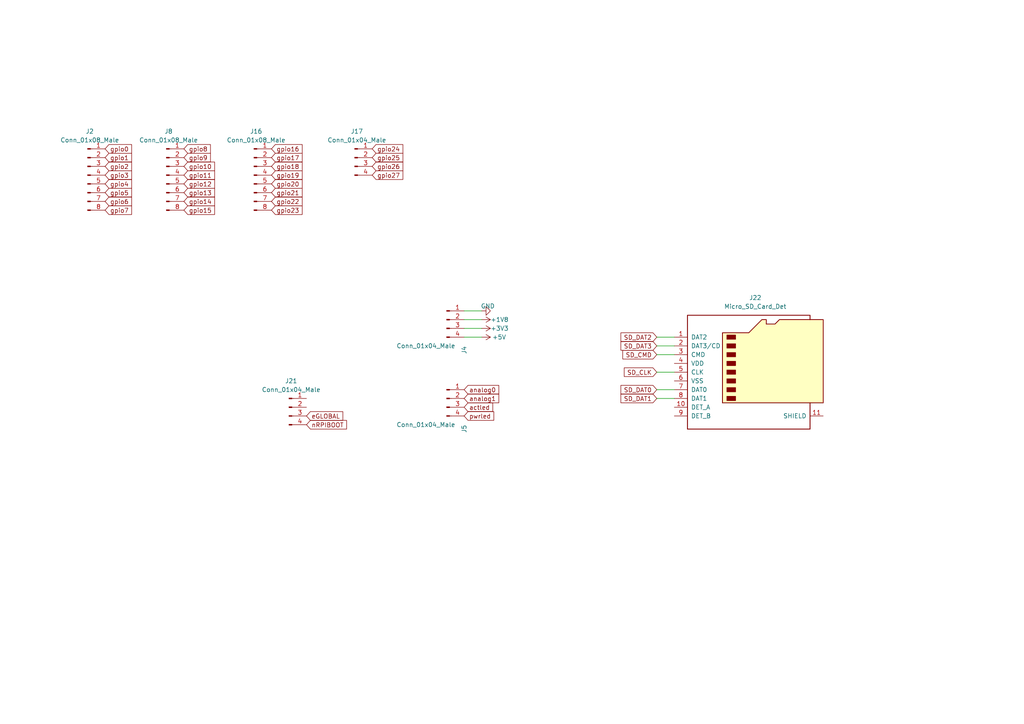
<source format=kicad_sch>
(kicad_sch (version 20250114) (generator "eeschema") (generator_version "9.0")
  (paper "A4")
  (lib_symbols
    (symbol "Connector:Conn_01x04_Male" (pin_names (offset 1.016) (hide yes))
      (property "Reference" "J" (at 0 5.08 0))
      (property "Value" "Conn_01x04_Male" (at 0 -7.62 0))
      (symbol "Conn_01x04_Male_1_1"
        (rectangle (start 0.8636 2.667) (end 0 2.413) (stroke (width 0.1524)) (fill (type outline)))
        (rectangle (start 0.8636 0.127) (end 0 -0.127) (stroke (width 0.1524)) (fill (type outline)))
        (rectangle (start 0.8636 -2.413) (end 0 -2.667) (stroke (width 0.1524)) (fill (type outline)))
        (rectangle (start 0.8636 -4.953) (end 0 -5.207) (stroke (width 0.1524)) (fill (type outline)))
        (polyline (pts (xy 1.27 2.54) (xy 0.8636 2.54)) (stroke (width 0.1524)))
        (polyline (pts (xy 1.27 0) (xy 0.8636 0)) (stroke (width 0.1524)))
        (polyline (pts (xy 1.27 -2.54) (xy 0.8636 -2.54)) (stroke (width 0.1524)))
        (polyline (pts (xy 1.27 -5.08) (xy 0.8636 -5.08)) (stroke (width 0.1524)))
        (pin passive line (at 5.08 2.54 180) (length 3.81) (name "Pin_1") (number "1"))
        (pin passive line (at 5.08 0 180) (length 3.81) (name "Pin_2") (number "2"))
        (pin passive line (at 5.08 -2.54 180) (length 3.81) (name "Pin_3") (number "3"))
        (pin passive line (at 5.08 -5.08 180) (length 3.81) (name "Pin_4") (number "4"))
      )
    )
    (symbol "Connector:Conn_01x08_Male" (pin_names (offset 1.016) (hide yes))
      (property "Reference" "J" (at 0 10.16 0))
      (property "Value" "Conn_01x08_Male" (at 0 -12.7 0))
      (symbol "Conn_01x08_Male_1_1"
        (rectangle (start 0.8636 7.747) (end 0 7.493) (stroke (width 0.1524)) (fill (type outline)))
        (rectangle (start 0.8636 5.207) (end 0 4.953) (stroke (width 0.1524)) (fill (type outline)))
        (rectangle (start 0.8636 2.667) (end 0 2.413) (stroke (width 0.1524)) (fill (type outline)))
        (rectangle (start 0.8636 0.127) (end 0 -0.127) (stroke (width 0.1524)) (fill (type outline)))
        (rectangle (start 0.8636 -2.413) (end 0 -2.667) (stroke (width 0.1524)) (fill (type outline)))
        (rectangle (start 0.8636 -4.953) (end 0 -5.207) (stroke (width 0.1524)) (fill (type outline)))
        (rectangle (start 0.8636 -7.493) (end 0 -7.747) (stroke (width 0.1524)) (fill (type outline)))
        (rectangle (start 0.8636 -10.033) (end 0 -10.287) (stroke (width 0.1524)) (fill (type outline)))
        (polyline (pts (xy 1.27 7.62) (xy 0.8636 7.62)) (stroke (width 0.1524)))
        (polyline (pts (xy 1.27 5.08) (xy 0.8636 5.08)) (stroke (width 0.1524)))
        (polyline (pts (xy 1.27 2.54) (xy 0.8636 2.54)) (stroke (width 0.1524)))
        (polyline (pts (xy 1.27 0) (xy 0.8636 0)) (stroke (width 0.1524)))
        (polyline (pts (xy 1.27 -2.54) (xy 0.8636 -2.54)) (stroke (width 0.1524)))
        (polyline (pts (xy 1.27 -5.08) (xy 0.8636 -5.08)) (stroke (width 0.1524)))
        (polyline (pts (xy 1.27 -7.62) (xy 0.8636 -7.62)) (stroke (width 0.1524)))
        (polyline (pts (xy 1.27 -10.16) (xy 0.8636 -10.16)) (stroke (width 0.1524)))
        (pin passive line (at 5.08 7.62 180) (length 3.81) (name "Pin_1") (number "1"))
        (pin passive line (at 5.08 5.08 180) (length 3.81) (name "Pin_2") (number "2"))
        (pin passive line (at 5.08 2.54 180) (length 3.81) (name "Pin_3") (number "3"))
        (pin passive line (at 5.08 0 180) (length 3.81) (name "Pin_4") (number "4"))
        (pin passive line (at 5.08 -2.54 180) (length 3.81) (name "Pin_5") (number "5"))
        (pin passive line (at 5.08 -5.08 180) (length 3.81) (name "Pin_6") (number "6"))
        (pin passive line (at 5.08 -7.62 180) (length 3.81) (name "Pin_7") (number "7"))
        (pin passive line (at 5.08 -10.16 180) (length 3.81) (name "Pin_8") (number "8"))
      )
    )
    (symbol "Connector:Micro_SD_Card_Det" (pin_names (offset 1.016))
      (property "Reference" "J" (at -16.51 17.78 0))
      (property "Value" "Micro_SD_Card_Det" (at 16.51 17.78 0))
      (symbol "Micro_SD_Card_Det_0_1"
        (polyline (pts (xy -8.89 -8.89) (xy -8.89 11.43) (xy -1.27 11.43) (xy 2.54 15.24) (xy 3.81 15.24) (xy 3.81 13.97) (xy 6.35 13.97) (xy 7.62 15.24) (xy 20.32 15.24) (xy 20.32 -8.89) (xy -8.89 -8.89)) (stroke (width 0.254)) (fill (type background)))
        (rectangle (start -7.62 10.795) (end -5.08 9.525) (fill (type outline)))
        (rectangle (start -7.62 8.255) (end -5.08 6.985) (fill (type outline)))
        (rectangle (start -7.62 5.715) (end -5.08 4.445) (fill (type outline)))
        (rectangle (start -7.62 3.175) (end -5.08 1.905) (fill (type outline)))
        (rectangle (start -7.62 0.635) (end -5.08 -0.635) (fill (type outline)))
        (rectangle (start -7.62 -1.905) (end -5.08 -3.175) (fill (type outline)))
        (rectangle (start -7.62 -4.445) (end -5.08 -5.715) (fill (type outline)))
        (rectangle (start -7.62 -6.985) (end -5.08 -8.255) (fill (type outline)))
        (polyline (pts (xy 16.51 15.24) (xy 16.51 16.51) (xy -19.05 16.51) (xy -19.05 -16.51) (xy 16.51 -16.51) (xy 16.51 -8.89)) (stroke (width 0.254)))
      )
      (symbol "Micro_SD_Card_Det_1_1"
        (pin bidirectional line (at -22.86 10.16 0) (length 3.81) (name "DAT2") (number "1"))
        (pin bidirectional line (at -22.86 7.62 0) (length 3.81) (name "DAT3/CD") (number "2"))
        (pin input line (at -22.86 5.08 0) (length 3.81) (name "CMD") (number "3"))
        (pin power_in line (at -22.86 2.54 0) (length 3.81) (name "VDD") (number "4"))
        (pin input line (at -22.86 0 0) (length 3.81) (name "CLK") (number "5"))
        (pin power_in line (at -22.86 -2.54 0) (length 3.81) (name "VSS") (number "6"))
        (pin bidirectional line (at -22.86 -5.08 0) (length 3.81) (name "DAT0") (number "7"))
        (pin bidirectional line (at -22.86 -7.62 0) (length 3.81) (name "DAT1") (number "8"))
        (pin passive line (at -22.86 -10.16 0) (length 3.81) (name "DET_A") (number "10"))
        (pin passive line (at -22.86 -12.7 0) (length 3.81) (name "DET_B") (number "9"))
        (pin passive line (at 20.32 -12.7 180) (length 3.81) (name "SHIELD") (number "11"))
      )
    )
    (symbol "power:+1V8" (power) (pin_names (offset 0))
      (property "Value" "+1V8" (at 0 3.556 0))
      (symbol "+1V8_0_1"
        (polyline (pts (xy -0.762 1.27) (xy 0 2.54)))
        (polyline (pts (xy 0 2.54) (xy 0.762 1.27)))
        (polyline (pts (xy 0 0) (xy 0 2.54)))
      )
      (symbol "+1V8_1_1"
        (pin power_in line (at 0 0 90) (length 0) (hide yes) (name "+1V8") (number "1"))
      )
    )
    (symbol "power:+3V3" (power) (pin_names (offset 0))
      (property "Value" "+3V3" (at 0 3.556 0))
      (symbol "+3V3_0_1"
        (polyline (pts (xy -0.762 1.27) (xy 0 2.54)))
        (polyline (pts (xy 0 2.54) (xy 0.762 1.27)))
        (polyline (pts (xy 0 0) (xy 0 2.54)))
      )
      (symbol "+3V3_1_1"
        (pin power_in line (at 0 0 90) (length 0) (hide yes) (name "+3V3") (number "1"))
      )
    )
    (symbol "power:+5V" (power) (pin_names (offset 0))
      (property "Value" "+5V" (at 0 3.556 0))
      (symbol "+5V_0_1"
        (polyline (pts (xy -0.762 1.27) (xy 0 2.54)))
        (polyline (pts (xy 0 2.54) (xy 0.762 1.27)))
        (polyline (pts (xy 0 0) (xy 0 2.54)))
      )
      (symbol "+5V_1_1"
        (pin power_in line (at 0 0 90) (length 0) (hide yes) (name "+5V") (number "1"))
      )
    )
    (symbol "power:GND" (power) (pin_names (offset 0))
      (property "Value" "GND" (at 0 -3.81 0))
      (symbol "GND_0_1"
        (polyline (pts (xy 0 0) (xy 0 -1.27) (xy 1.27 -1.27) (xy 0 -2.54) (xy -1.27 -1.27) (xy 0 -1.27)))
      )
      (symbol "GND_1_1"
        (pin power_in line (at 0 0 270) (length 0) (hide yes) (name "GND") (number "1"))
      )
    )
  )
  (wire (pts (xy 190.5 102.87) (xy 195.58 102.87)))
  (wire (pts (xy 134.62 92.71) (xy 139.7 92.71)))
  (wire (pts (xy 134.62 97.79) (xy 139.7 97.79)))
  (wire (pts (xy 190.5 97.79) (xy 195.58 97.79)))
  (wire (pts (xy 190.5 113.03) (xy 195.58 113.03)))
  (wire (pts (xy 134.62 95.25) (xy 139.7 95.25)))
  (wire (pts (xy 190.5 115.57) (xy 195.58 115.57)))
  (wire (pts (xy 134.62 90.17) (xy 139.7 90.17)))
  (wire (pts (xy 190.5 107.95) (xy 195.58 107.95)))
  (wire (pts (xy 190.5 100.33) (xy 195.58 100.33)))
  (global_label "analog1" (shape input) (at 134.62 115.57 0) (property "Intersheetrefs" "${INTERSHEET_REFS}" (effects (hide yes))))
  (global_label "gpio19" (shape input) (at 78.74 50.8 0) (property "Intersheetrefs" "${INTERSHEET_REFS}" (effects (hide yes))))
  (global_label "gpio1" (shape input) (at 30.48 45.72 0) (property "Intersheetrefs" "${INTERSHEET_REFS}" (effects (hide yes))))
  (global_label "pwrled" (shape input) (at 134.62 120.65 0) (property "Intersheetrefs" "${INTERSHEET_REFS}" (effects (hide yes))))
  (global_label "SD_DAT0" (shape input) (at 190.5 113.03 180) (property "Intersheetrefs" "${INTERSHEET_REFS}" (effects (hide yes))))
  (global_label "gpio11" (shape input) (at 53.34 50.8 0) (property "Intersheetrefs" "${INTERSHEET_REFS}" (effects (hide yes))))
  (global_label "gpio21" (shape input) (at 78.74 55.88 0) (property "Intersheetrefs" "${INTERSHEET_REFS}" (effects (hide yes))))
  (global_label "gpio25" (shape input) (at 107.95 45.72 0) (property "Intersheetrefs" "${INTERSHEET_REFS}" (effects (hide yes))))
  (global_label "gpio2" (shape input) (at 30.48 48.26 0) (property "Intersheetrefs" "${INTERSHEET_REFS}" (effects (hide yes))))
  (global_label "gpio4" (shape input) (at 30.48 53.34 0) (property "Intersheetrefs" "${INTERSHEET_REFS}" (effects (hide yes))))
  (global_label "gpio14" (shape input) (at 53.34 58.42 0) (property "Intersheetrefs" "${INTERSHEET_REFS}" (effects (hide yes))))
  (global_label "gpio9" (shape input) (at 53.34 45.72 0) (property "Intersheetrefs" "${INTERSHEET_REFS}" (effects (hide yes))))
  (global_label "gpio3" (shape input) (at 30.48 50.8 0) (property "Intersheetrefs" "${INTERSHEET_REFS}" (effects (hide yes))))
  (global_label "SD_DAT1" (shape input) (at 190.5 115.57 180) (property "Intersheetrefs" "${INTERSHEET_REFS}" (effects (hide yes))))
  (global_label "gpio23" (shape input) (at 78.74 60.96 0) (property "Intersheetrefs" "${INTERSHEET_REFS}" (effects (hide yes))))
  (global_label "SD_DAT3" (shape input) (at 190.5 100.33 180) (property "Intersheetrefs" "${INTERSHEET_REFS}" (effects (hide yes))))
  (global_label "SD_DAT2" (shape input) (at 190.5 97.79 180) (property "Intersheetrefs" "${INTERSHEET_REFS}" (effects (hide yes))))
  (global_label "gpio12" (shape input) (at 53.34 53.34 0) (property "Intersheetrefs" "${INTERSHEET_REFS}" (effects (hide yes))))
  (global_label "analog0" (shape input) (at 134.62 113.03 0) (property "Intersheetrefs" "${INTERSHEET_REFS}" (effects (hide yes))))
  (global_label "SD_CMD" (shape input) (at 190.5 102.87 180) (property "Intersheetrefs" "${INTERSHEET_REFS}" (effects (hide yes))))
  (global_label "gpio8" (shape input) (at 53.34 43.18 0) (property "Intersheetrefs" "${INTERSHEET_REFS}" (effects (hide yes))))
  (global_label "SD_CLK" (shape input) (at 190.5 107.95 180) (property "Intersheetrefs" "${INTERSHEET_REFS}" (effects (hide yes))))
  (global_label "gpio26" (shape input) (at 107.95 48.26 0) (property "Intersheetrefs" "${INTERSHEET_REFS}" (effects (hide yes))))
  (global_label "gpio13" (shape input) (at 53.34 55.88 0) (property "Intersheetrefs" "${INTERSHEET_REFS}" (effects (hide yes))))
  (global_label "gpio7" (shape input) (at 30.48 60.96 0) (property "Intersheetrefs" "${INTERSHEET_REFS}" (effects (hide yes))))
  (global_label "gpio15" (shape input) (at 53.34 60.96 0) (property "Intersheetrefs" "${INTERSHEET_REFS}" (effects (hide yes))))
  (global_label "gpio22" (shape input) (at 78.74 58.42 0) (property "Intersheetrefs" "${INTERSHEET_REFS}" (effects (hide yes))))
  (global_label "actled" (shape input) (at 134.62 118.11 0) (property "Intersheetrefs" "${INTERSHEET_REFS}" (effects (hide yes))))
  (global_label "gpio0" (shape input) (at 30.48 43.18 0) (property "Intersheetrefs" "${INTERSHEET_REFS}" (effects (hide yes))))
  (global_label "gpio17" (shape input) (at 78.74 45.72 0) (property "Intersheetrefs" "${INTERSHEET_REFS}" (effects (hide yes))))
  (global_label "eGLOBAL" (shape input) (at 88.9 120.65 0) (property "Intersheetrefs" "${INTERSHEET_REFS}" (effects (hide yes))))
  (global_label "gpio20" (shape input) (at 78.74 53.34 0) (property "Intersheetrefs" "${INTERSHEET_REFS}" (effects (hide yes))))
  (global_label "gpio27" (shape input) (at 107.95 50.8 0) (property "Intersheetrefs" "${INTERSHEET_REFS}" (effects (hide yes))))
  (global_label "gpio6" (shape input) (at 30.48 58.42 0) (property "Intersheetrefs" "${INTERSHEET_REFS}" (effects (hide yes))))
  (global_label "gpio24" (shape input) (at 107.95 43.18 0) (property "Intersheetrefs" "${INTERSHEET_REFS}" (effects (hide yes))))
  (global_label "nRPIBOOT" (shape input) (at 88.9 123.19 0) (property "Intersheetrefs" "${INTERSHEET_REFS}" (effects (hide yes))))
  (global_label "gpio10" (shape input) (at 53.34 48.26 0) (property "Intersheetrefs" "${INTERSHEET_REFS}" (effects (hide yes))))
  (global_label "gpio5" (shape input) (at 30.48 55.88 0) (property "Intersheetrefs" "${INTERSHEET_REFS}" (effects (hide yes))))
  (global_label "gpio16" (shape input) (at 78.74 43.18 0) (property "Intersheetrefs" "${INTERSHEET_REFS}" (effects (hide yes))))
  (global_label "gpio18" (shape input) (at 78.74 48.26 0) (property "Intersheetrefs" "${INTERSHEET_REFS}" (effects (hide yes))))
  (symbol (lib_id "Connector:Conn_01x08_Male") (at 25.4 50.8 0) (unit 1)
    (property "Reference" "J2" (at 26.035 38.1 0))
    (property "Value" "Conn_01x08_Male" (at 26.035 40.64 0))
    (property "Footprint" "Connector_PinHeader_2.54mm:PinHeader_1x08_P2.54mm_Vertical" (effects (hide yes)))
  )
  (symbol (lib_id "power:+1V8") (at 139.7 92.71 270) (unit 1)
    (property "Reference" "#PWR0101" (effects (hide yes)))
    (property "Value" "+1V8" (at 142.24 92.7099 90) (effects (justify left)))
  )
  (symbol (lib_id "Connector:Conn_01x04_Male") (at 102.87 45.72 0) (unit 1)
    (property "Reference" "J17" (at 103.505 38.1 0))
    (property "Value" "Conn_01x04_Male" (at 103.505 40.64 0))
    (property "Footprint" "Connector_PinHeader_2.54mm:PinHeader_1x04_P2.54mm_Vertical" (effects (hide yes)))
  )
  (symbol (lib_id "Connector:Conn_01x04_Male") (at 129.54 92.71 0) (unit 1)
    (property "Reference" "J4" (at 134.62 100.33 90) (effects (justify right)))
    (property "Value" "Conn_01x04_Male" (at 132.08 100.33 0) (effects (justify right)))
    (property "Footprint" "Connector_PinHeader_2.54mm:PinHeader_1x04_P2.54mm_Vertical" (effects (hide yes)))
  )
  (symbol (lib_id "power:+5V") (at 139.7 97.79 270) (unit 1)
    (property "Reference" "#PWR0105" (effects (hide yes)))
    (property "Value" "+5V" (at 144.78 97.79 90))
  )
  (symbol (lib_id "power:+3V3") (at 139.7 95.25 270) (unit 1)
    (property "Reference" "#PWR0102" (effects (hide yes)))
    (property "Value" "+3V3" (at 142.24 95.2499 90) (effects (justify left)))
  )
  (symbol (lib_id "power:GND") (at 139.7 90.17 90) (unit 1)
    (property "Reference" "#PWR0104" (effects (hide yes)))
    (property "Value" "GND" (at 141.4844 88.7857 90))
  )
  (symbol (lib_id "Connector:Conn_01x08_Male") (at 48.26 50.8 0) (unit 1)
    (property "Reference" "J8" (at 48.895 38.1 0))
    (property "Value" "Conn_01x08_Male" (at 48.895 40.64 0))
    (property "Footprint" "Connector_PinHeader_2.54mm:PinHeader_1x08_P2.54mm_Vertical" (effects (hide yes)))
  )
  (symbol (lib_id "Connector:Conn_01x04_Male") (at 83.82 118.11 0) (unit 1)
    (property "Reference" "J21" (at 84.455 110.49 0))
    (property "Value" "Conn_01x04_Male" (at 84.455 113.03 0))
    (property "Footprint" "Connector_PinHeader_2.54mm:PinHeader_1x04_P2.54mm_Vertical" (effects (hide yes)))
  )
  (symbol (lib_id "Connector:Conn_01x08_Male") (at 73.66 50.8 0) (unit 1)
    (property "Reference" "J16" (at 74.295 38.1 0))
    (property "Value" "Conn_01x08_Male" (at 74.295 40.64 0))
    (property "Footprint" "Connector_PinHeader_2.54mm:PinHeader_1x08_P2.54mm_Vertical" (effects (hide yes)))
  )
  (symbol (lib_id "Connector:Conn_01x04_Male") (at 129.54 115.57 0) (unit 1)
    (property "Reference" "J5" (at 134.62 123.19 90) (effects (justify right)))
    (property "Value" "Conn_01x04_Male" (at 132.08 123.19 0) (effects (justify right)))
    (property "Footprint" "Connector_PinHeader_2.54mm:PinHeader_1x04_P2.54mm_Vertical" (effects (hide yes)))
  )
  (symbol (lib_id "Connector:Micro_SD_Card_Det") (at 218.44 107.95 0) (unit 1)
    (property "Reference" "J22" (at 219.075 86.36 0))
    (property "Value" "Micro_SD_Card_Det" (at 219.075 88.9 0))
    (property "Footprint" "CM4IO:SDCARD_MOLEX_503398-1892" (effects (hide yes)))
    (property "Datasheet" "https://www.hirose.com/product/en/download_file/key_name/DM3/category/Catalog/doc_file_id/49662/?file_category_id=4&item_id=195&is_series=1" (effects (hide yes)))
  )
)
</source>
